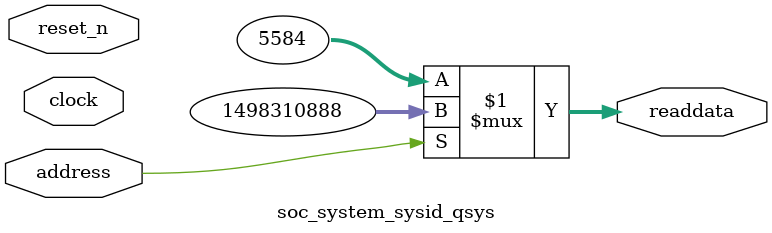
<source format=v>



// synthesis translate_off
`timescale 1ns / 1ps
// synthesis translate_on

// turn off superfluous verilog processor warnings 
// altera message_level Level1 
// altera message_off 10034 10035 10036 10037 10230 10240 10030 

module soc_system_sysid_qsys (
               // inputs:
                address,
                clock,
                reset_n,

               // outputs:
                readdata
             )
;

  output  [ 31: 0] readdata;
  input            address;
  input            clock;
  input            reset_n;

  wire    [ 31: 0] readdata;
  //control_slave, which is an e_avalon_slave
  assign readdata = address ? 1498310888 : 5584;

endmodule



</source>
